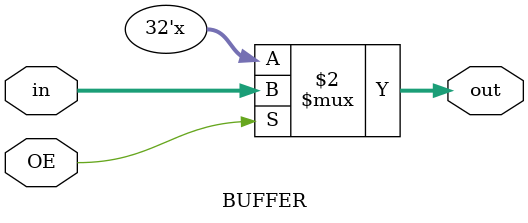
<source format=v>
`timescale 1ns / 1ps


module BUFFER(
    input [31:0] in,
    input wire OE,
    output [31:0] out
    );
    
    assign out = (OE==1'b0) ? 32'bz:in;
endmodule

</source>
